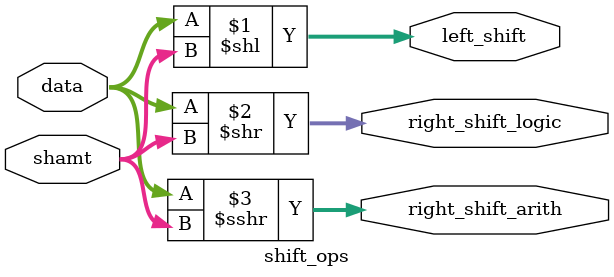
<source format=sv>
module shift_ops (
    input logic [7:0] data,
    input logic [2:0] shamt,
    output logic [7:0] left_shift,
    output logic [7:0] right_shift_logic,
    output logic [7:0] right_shift_arith
);
    assign left_shift = data << shamt;
    assign right_shift_logic = data >> shamt;
    assign right_shift_arith = data >>> shamt;
endmodule


</source>
